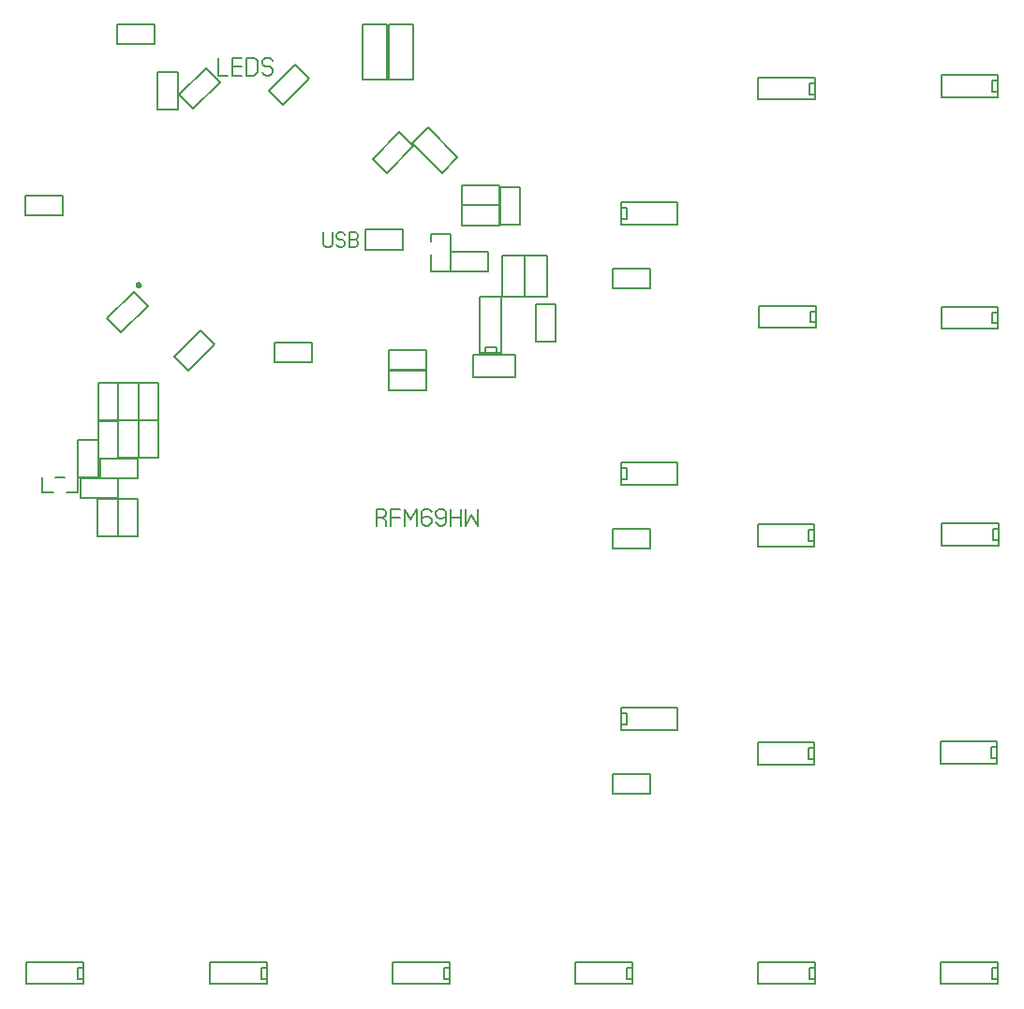
<source format=gto>
%FSLAX34Y34*%
%MOMM*%
%LNSILK_TOP*%
G71*
G01*
%ADD10C, 0.100*%
%ADD11C, 0.167*%
%ADD12C, 0.189*%
%ADD13C, 0.150*%
%ADD14C, 0.200*%
%LPD*%
G54D10*
G75*
G01X146356Y-253025D02*
G03X146356Y-253025I-2500J0D01*
G01*
G36*
G75*
G01X146356Y-253025D02*
G03X146356Y-253025I-2500J0D01*
G01*
G37*
X146356Y-253025D01*
G54D11*
X310947Y-205363D02*
X310947Y-216196D01*
X311947Y-217863D01*
X313947Y-218696D01*
X315947Y-218696D01*
X317947Y-217863D01*
X318947Y-216196D01*
X318947Y-205363D01*
G54D11*
X322614Y-216196D02*
X323614Y-217863D01*
X325614Y-218696D01*
X327614Y-218696D01*
X329614Y-217863D01*
X330614Y-216196D01*
X330614Y-214530D01*
X329614Y-212863D01*
X327614Y-212030D01*
X325614Y-212030D01*
X323614Y-211196D01*
X322614Y-209530D01*
X322614Y-207863D01*
X323614Y-206196D01*
X325614Y-205363D01*
X327614Y-205363D01*
X329614Y-206196D01*
X330614Y-207863D01*
G54D11*
X334281Y-218696D02*
X334281Y-205363D01*
X339281Y-205363D01*
X341281Y-206196D01*
X342281Y-207863D01*
X342281Y-209530D01*
X341281Y-211196D01*
X339281Y-212030D01*
X341281Y-212863D01*
X342281Y-214530D01*
X342281Y-216196D01*
X341281Y-217863D01*
X339281Y-218696D01*
X334281Y-218696D01*
G54D11*
X334281Y-212030D02*
X339281Y-212030D01*
G54D12*
X363239Y-462980D02*
X366639Y-464869D01*
X367772Y-466758D01*
X367772Y-470536D01*
G54D12*
X358706Y-470536D02*
X358706Y-455425D01*
X364372Y-455425D01*
X366639Y-456369D01*
X367772Y-458258D01*
X367772Y-460147D01*
X366639Y-462036D01*
X364372Y-462980D01*
X358706Y-462980D01*
G54D12*
X371929Y-470536D02*
X371929Y-455425D01*
X379862Y-455424D01*
G54D12*
X371929Y-462980D02*
X379862Y-462980D01*
G54D12*
X384017Y-470536D02*
X384017Y-455424D01*
X389684Y-464869D01*
X395351Y-455425D01*
X395351Y-470536D01*
G54D12*
X408573Y-458258D02*
X407440Y-456369D01*
X405173Y-455425D01*
X402907Y-455425D01*
X400640Y-456369D01*
X399507Y-458258D01*
X399507Y-462980D01*
X399507Y-463924D01*
X402907Y-462036D01*
X405173Y-462036D01*
X407440Y-462980D01*
X408573Y-464869D01*
X408573Y-467702D01*
X407440Y-469591D01*
X405173Y-470536D01*
X402907Y-470536D01*
X400640Y-469591D01*
X399506Y-467702D01*
X399507Y-462980D01*
G54D12*
X412730Y-467702D02*
X413863Y-469591D01*
X416129Y-470536D01*
X418396Y-470536D01*
X420663Y-469591D01*
X421796Y-467703D01*
X421796Y-462980D01*
X421796Y-462036D01*
X418396Y-463924D01*
X416129Y-463925D01*
X413863Y-462980D01*
X412730Y-461091D01*
X412730Y-458258D01*
X413863Y-456369D01*
X416130Y-455425D01*
X418396Y-455425D01*
X420663Y-456369D01*
X421796Y-458258D01*
X421796Y-462980D01*
G54D12*
X425953Y-470536D02*
X425953Y-455425D01*
G54D12*
X435019Y-470536D02*
X435019Y-455425D01*
G54D12*
X425953Y-462980D02*
X435019Y-462980D01*
G54D12*
X439176Y-455425D02*
X439175Y-470536D01*
X444842Y-461091D01*
X450509Y-470536D01*
X450509Y-455425D01*
G54D13*
X348687Y-220931D02*
X348687Y-202931D01*
X382687Y-202931D01*
X382687Y-220931D01*
X348687Y-220931D01*
G54D13*
X470066Y-180772D02*
X470066Y-198772D01*
X436066Y-198772D01*
X436066Y-180772D01*
X470066Y-180772D01*
G54D13*
X470066Y-162516D02*
X470066Y-180516D01*
X436066Y-180516D01*
X436066Y-162516D01*
X470066Y-162516D01*
G54D13*
X379678Y-114568D02*
X392406Y-127296D01*
X368364Y-151338D01*
X355636Y-138610D01*
X379678Y-114568D01*
G54D13*
X266997Y-322597D02*
X266997Y-304597D01*
X300997Y-304597D01*
X300997Y-322597D01*
X266997Y-322597D01*
G54D13*
X452018Y-314271D02*
X472018Y-314271D01*
X472018Y-263171D01*
X452018Y-263171D01*
X452018Y-314271D01*
G54D13*
X457018Y-314271D02*
X467018Y-314271D01*
X467018Y-309271D01*
X457018Y-309271D01*
X457018Y-314271D01*
G54D14*
X216083Y-47327D02*
X216083Y-63327D01*
X224483Y-63327D01*
G54D14*
X237283Y-63327D02*
X228883Y-63327D01*
X228883Y-47327D01*
X237283Y-47327D01*
G54D14*
X228883Y-55327D02*
X237283Y-55327D01*
G54D14*
X241683Y-63327D02*
X241683Y-47327D01*
X247683Y-47327D01*
X250083Y-48327D01*
X251283Y-50327D01*
X251283Y-60327D01*
X250083Y-62327D01*
X247683Y-63327D01*
X241683Y-63327D01*
G54D14*
X255683Y-60327D02*
X256883Y-62327D01*
X259283Y-63327D01*
X261683Y-63327D01*
X264083Y-62327D01*
X265283Y-60327D01*
X265283Y-58327D01*
X264083Y-56327D01*
X261683Y-55327D01*
X259283Y-55327D01*
X256883Y-54327D01*
X255683Y-52327D01*
X255683Y-50327D01*
X256883Y-48327D01*
X259283Y-47327D01*
X261683Y-47327D01*
X264083Y-48327D01*
X265283Y-50327D01*
G54D13*
X161260Y-60286D02*
X179260Y-60286D01*
X179260Y-94286D01*
X161260Y-94286D01*
X161260Y-60286D01*
G54D13*
X285613Y-53344D02*
X298341Y-66072D01*
X274300Y-90114D01*
X261572Y-77386D01*
X285613Y-53344D01*
G54D13*
X204650Y-56916D02*
X217378Y-69644D01*
X193337Y-93685D01*
X180609Y-80957D01*
X204650Y-56916D01*
G54D13*
X346694Y-17434D02*
X368694Y-17434D01*
X368694Y-67434D01*
X346694Y-67434D01*
X346694Y-17434D01*
G54D13*
X369713Y-17434D02*
X391713Y-17434D01*
X391713Y-67434D01*
X369713Y-67434D01*
X369713Y-17434D01*
G54D13*
X175853Y-317601D02*
X188580Y-330329D01*
X212622Y-306287D01*
X199894Y-293559D01*
X175853Y-317601D01*
G54D13*
X161565Y-341378D02*
X143566Y-341378D01*
X143566Y-375378D01*
X161565Y-375378D01*
X161565Y-341378D01*
G54D13*
X143706Y-341378D02*
X125706Y-341378D01*
X125706Y-375378D01*
X143706Y-375378D01*
X143706Y-341378D01*
G54D13*
X161565Y-375509D02*
X143566Y-375509D01*
X143566Y-409509D01*
X161565Y-409510D01*
X161565Y-375509D01*
G54D13*
X143706Y-375509D02*
X125706Y-375509D01*
X125706Y-409509D01*
X143706Y-409510D01*
X143706Y-375509D01*
G54D13*
X124985Y-446252D02*
X106986Y-446251D01*
X106986Y-480251D01*
X124986Y-480252D01*
X124985Y-446252D01*
G54D13*
X143371Y-446321D02*
X125371Y-446321D01*
X125371Y-480321D01*
X143371Y-480321D01*
X143371Y-446321D01*
G54D13*
X56930Y-427120D02*
X56930Y-440121D01*
X66930Y-440120D01*
G54D13*
X76930Y-427120D02*
X68930Y-427120D01*
G54D13*
X407950Y-213878D02*
X407950Y-206507D01*
X425950Y-206507D01*
X425950Y-240507D01*
X407950Y-240507D01*
X407950Y-225066D01*
G54D13*
X459992Y-222610D02*
X459992Y-240610D01*
X425992Y-240610D01*
X425992Y-222610D01*
X459992Y-222610D01*
G54D13*
X403833Y-311786D02*
X403833Y-329786D01*
X369833Y-329786D01*
X369833Y-311786D01*
X403833Y-311786D01*
G54D13*
X520883Y-304265D02*
X502883Y-304265D01*
X502883Y-270265D01*
X520883Y-270265D01*
X520883Y-304265D01*
G54D13*
X472386Y-225841D02*
X492386Y-225841D01*
X492386Y-263841D01*
X472386Y-263841D01*
X472386Y-225841D01*
G54D13*
X484112Y-316231D02*
X484112Y-336231D01*
X446112Y-336231D01*
X446112Y-316231D01*
X484112Y-316231D01*
G54D13*
X493023Y-225841D02*
X513023Y-225841D01*
X513023Y-263841D01*
X493023Y-263841D01*
X493023Y-225841D01*
G54D13*
X403833Y-330043D02*
X403833Y-348043D01*
X369833Y-348043D01*
X369833Y-330042D01*
X403833Y-330043D01*
G54D13*
X488590Y-198372D02*
X470590Y-198372D01*
X470590Y-164372D01*
X488590Y-164372D01*
X488590Y-198372D01*
G54D13*
X158185Y-17257D02*
X158185Y-35257D01*
X124185Y-35257D01*
X124185Y-17257D01*
X158185Y-17257D01*
G54D13*
X125262Y-341399D02*
X107262Y-341399D01*
X107262Y-375399D01*
X125262Y-375399D01*
X125262Y-341399D01*
G54D13*
X125259Y-375701D02*
X107259Y-375700D01*
X107259Y-409700D01*
X125259Y-409701D01*
X125259Y-375701D01*
G54D13*
X125215Y-445798D02*
X125216Y-427798D01*
X91216Y-427798D01*
X91215Y-445798D01*
X125215Y-445798D01*
G54D13*
X143372Y-427941D02*
X143372Y-409942D01*
X109372Y-409942D01*
X109372Y-427941D01*
X143372Y-427941D01*
G54D13*
X152288Y-271884D02*
X139560Y-259156D01*
X115519Y-283198D01*
X128246Y-295926D01*
X152288Y-271884D01*
G54D13*
X89193Y-427210D02*
X107193Y-427211D01*
X107193Y-393211D01*
X89193Y-393210D01*
X89193Y-427210D01*
G54D13*
X88936Y-427126D02*
X88936Y-440126D01*
X78936Y-440126D01*
G54D13*
X391138Y-124525D02*
X405280Y-110383D01*
X432150Y-137253D01*
X418008Y-151395D01*
X391138Y-124525D01*
G54D13*
X41425Y-189764D02*
X41425Y-171764D01*
X75425Y-171764D01*
X75425Y-189764D01*
X41425Y-189764D01*
G54D13*
X754918Y-885294D02*
X754918Y-865294D01*
X703818Y-865294D01*
X703817Y-885294D01*
X754918Y-885294D01*
G54D13*
X754918Y-880294D02*
X754918Y-870294D01*
X749918Y-870294D01*
X749918Y-880294D01*
X754918Y-880294D01*
G54D13*
X259618Y-885294D02*
X259618Y-865294D01*
X208518Y-865294D01*
X208517Y-885294D01*
X259618Y-885294D01*
G54D13*
X259618Y-880294D02*
X259618Y-870294D01*
X254618Y-870294D01*
X254618Y-880294D01*
X259618Y-880294D01*
G54D13*
X424718Y-885294D02*
X424718Y-865294D01*
X373618Y-865294D01*
X373617Y-885294D01*
X424718Y-885294D01*
G54D13*
X424718Y-880294D02*
X424718Y-870294D01*
X419718Y-870294D01*
X419718Y-880294D01*
X424718Y-880294D01*
G54D13*
X920017Y-885294D02*
X920017Y-865294D01*
X868918Y-865294D01*
X868918Y-885294D01*
X920017Y-885294D01*
G54D13*
X920017Y-880294D02*
X920017Y-870294D01*
X915017Y-870294D01*
X915017Y-880294D01*
X920017Y-880294D01*
G54D13*
X589818Y-885294D02*
X589818Y-865294D01*
X538718Y-865294D01*
X538717Y-885294D01*
X589818Y-885294D01*
G54D13*
X589818Y-880294D02*
X589818Y-870294D01*
X584818Y-870294D01*
X584818Y-880294D01*
X589818Y-880294D01*
G54D13*
X93724Y-885294D02*
X93724Y-865294D01*
X42624Y-865294D01*
X42624Y-885294D01*
X93724Y-885294D01*
G54D13*
X93724Y-880294D02*
X93724Y-870294D01*
X88724Y-870294D01*
X88724Y-880294D01*
X93724Y-880294D01*
G54D13*
X919827Y-685750D02*
X919827Y-665750D01*
X868727Y-665750D01*
X868727Y-685750D01*
X919827Y-685750D01*
G54D13*
X919827Y-680750D02*
X919827Y-670750D01*
X914827Y-670750D01*
X914827Y-680750D01*
X919827Y-680750D01*
G54D13*
X754330Y-686544D02*
X754330Y-666544D01*
X703230Y-666544D01*
X703230Y-686544D01*
X754330Y-686544D01*
G54D13*
X754330Y-681544D02*
X754330Y-671544D01*
X749330Y-671544D01*
X749330Y-681544D01*
X754330Y-681544D01*
G54D13*
X754499Y-489150D02*
X754499Y-469150D01*
X703399Y-469150D01*
X703399Y-489150D01*
X754499Y-489150D01*
G54D13*
X754499Y-484150D02*
X754499Y-474150D01*
X749499Y-474150D01*
X749499Y-484150D01*
X754499Y-484150D01*
G54D13*
X921018Y-488503D02*
X921018Y-468503D01*
X869918Y-468503D01*
X869917Y-488503D01*
X921018Y-488503D01*
G54D13*
X921018Y-483503D02*
X921018Y-473503D01*
X916018Y-473503D01*
X916018Y-483503D01*
X921018Y-483503D01*
G54D13*
X920224Y-292447D02*
X920224Y-272447D01*
X869124Y-272447D01*
X869124Y-292447D01*
X920224Y-292447D01*
G54D13*
X920224Y-287447D02*
X920224Y-277447D01*
X915224Y-277447D01*
X915224Y-287447D01*
X920224Y-287447D01*
G54D13*
X755918Y-291653D02*
X755918Y-271653D01*
X704818Y-271653D01*
X704817Y-291653D01*
X755918Y-291653D01*
G54D13*
X755918Y-286653D02*
X755918Y-276653D01*
X750918Y-276653D01*
X750918Y-286653D01*
X755918Y-286653D01*
G54D13*
X579905Y-635530D02*
X579905Y-655530D01*
X631005Y-655530D01*
X631005Y-635530D01*
X579905Y-635530D01*
G54D13*
X579905Y-640530D02*
X579905Y-650530D01*
X584905Y-650530D01*
X584905Y-640530D01*
X579905Y-640530D01*
G54D13*
X572002Y-713296D02*
X572002Y-695296D01*
X606002Y-695296D01*
X606002Y-713296D01*
X572002Y-713296D01*
G54D13*
X579905Y-413280D02*
X579905Y-433280D01*
X631005Y-433280D01*
X631005Y-413280D01*
X579905Y-413280D01*
G54D13*
X579905Y-418280D02*
X579905Y-428280D01*
X584905Y-428280D01*
X584905Y-418280D01*
X579905Y-418280D01*
G54D13*
X572002Y-491046D02*
X572002Y-473046D01*
X606002Y-473046D01*
X606002Y-491046D01*
X572002Y-491046D01*
G54D13*
X579905Y-178330D02*
X579905Y-198330D01*
X631005Y-198330D01*
X631005Y-178330D01*
X579905Y-178330D01*
G54D13*
X579905Y-183330D02*
X579905Y-193330D01*
X584905Y-193330D01*
X584905Y-183330D01*
X579905Y-183330D01*
G54D13*
X572002Y-256096D02*
X572002Y-238096D01*
X606002Y-238096D01*
X606002Y-256096D01*
X572002Y-256096D01*
G54D13*
X920224Y-82897D02*
X920224Y-62897D01*
X869124Y-62897D01*
X869124Y-82897D01*
X920224Y-82897D01*
G54D13*
X920224Y-77897D02*
X920224Y-67897D01*
X915224Y-67897D01*
X915224Y-77897D01*
X920224Y-77897D01*
G54D13*
X754918Y-85194D02*
X754918Y-65194D01*
X703818Y-65194D01*
X703818Y-85194D01*
X754918Y-85194D01*
G54D13*
X754918Y-80194D02*
X754918Y-70194D01*
X749918Y-70194D01*
X749918Y-80194D01*
X754918Y-80194D01*
M02*

</source>
